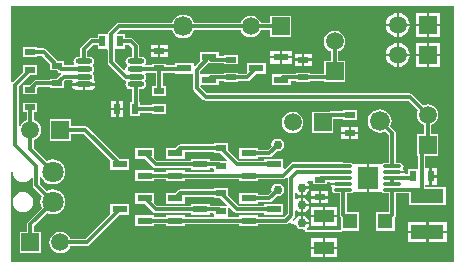
<source format=gtl>
G04 Layer_Physical_Order=1*
G04 Layer_Color=255*
%FSLAX24Y24*%
%MOIN*%
G70*
G01*
G75*
%ADD10R,0.0197X0.0354*%
%ADD11R,0.0669X0.0433*%
%ADD12R,0.0354X0.0197*%
%ADD13R,0.1102X0.0492*%
%ADD14R,0.0512X0.0512*%
%ADD15O,0.0630X0.0118*%
%ADD16R,0.0661X0.0740*%
%ADD17R,0.0512X0.0236*%
%ADD18O,0.0571X0.0177*%
%ADD19C,0.0120*%
%ADD20C,0.0661*%
%ADD21C,0.0591*%
%ADD22R,0.0591X0.0591*%
%ADD23R,0.0591X0.0591*%
%ADD24C,0.0709*%
%ADD25C,0.0300*%
%ADD26C,0.0197*%
G36*
X14888Y112D02*
X112D01*
Y2092D01*
X162Y2095D01*
X173Y2012D01*
X207Y1931D01*
X261Y1861D01*
X331Y1807D01*
X412Y1773D01*
X500Y1762D01*
X588Y1773D01*
X669Y1807D01*
X739Y1861D01*
X793Y1931D01*
X827Y2012D01*
X838Y2100D01*
X827Y2188D01*
X793Y2269D01*
X739Y2339D01*
X669Y2393D01*
X588Y2427D01*
X500Y2438D01*
X412Y2427D01*
X331Y2393D01*
X261Y2339D01*
X207Y2269D01*
X173Y2188D01*
X162Y2105D01*
X112Y2108D01*
Y3092D01*
X162Y3095D01*
X173Y3012D01*
X207Y2931D01*
X261Y2861D01*
X331Y2807D01*
X412Y2773D01*
X500Y2762D01*
X588Y2773D01*
X669Y2807D01*
X739Y2861D01*
X778Y2911D01*
X828Y2894D01*
Y2650D01*
X837Y2603D01*
X863Y2563D01*
X1132Y2295D01*
X1096Y2208D01*
X1082Y2100D01*
X1096Y1992D01*
X1132Y1905D01*
X663Y1437D01*
X637Y1397D01*
X628Y1350D01*
Y1105D01*
X395D01*
Y395D01*
X1105D01*
Y1105D01*
X872D01*
Y1299D01*
X1305Y1732D01*
X1392Y1696D01*
X1500Y1682D01*
X1608Y1696D01*
X1709Y1738D01*
X1796Y1805D01*
X1862Y1891D01*
X1904Y1992D01*
X1918Y2100D01*
X1904Y2208D01*
X1862Y2309D01*
X1796Y2395D01*
X1709Y2462D01*
X1608Y2504D01*
X1500Y2518D01*
X1392Y2504D01*
X1305Y2468D01*
X1072Y2701D01*
Y2919D01*
X1122Y2929D01*
X1138Y2891D01*
X1204Y2804D01*
X1291Y2738D01*
X1392Y2696D01*
X1500Y2682D01*
X1608Y2696D01*
X1709Y2738D01*
X1796Y2804D01*
X1862Y2891D01*
X1904Y2992D01*
X1918Y3100D01*
X1904Y3208D01*
X1862Y3309D01*
X1796Y3395D01*
X1709Y3462D01*
X1608Y3504D01*
X1500Y3518D01*
X1392Y3504D01*
X1305Y3468D01*
X872Y3901D01*
Y4166D01*
X929Y4190D01*
X1003Y4247D01*
X1060Y4321D01*
X1096Y4407D01*
X1108Y4500D01*
X1096Y4593D01*
X1060Y4679D01*
X1003Y4753D01*
X929Y4810D01*
X872Y4834D01*
Y5096D01*
X987D01*
Y5413D01*
X513D01*
Y5096D01*
X628D01*
Y4834D01*
X571Y4810D01*
X497Y4753D01*
X440Y4679D01*
X422Y4637D01*
X372Y4647D01*
Y5954D01*
X765Y6346D01*
X987D01*
Y6663D01*
X513D01*
Y6441D01*
X163Y6091D01*
X162Y6089D01*
X112Y6104D01*
Y8638D01*
X14888D01*
Y112D01*
D02*
G37*
%LPC*%
G36*
X9500Y5108D02*
X9407Y5096D01*
X9321Y5060D01*
X9247Y5003D01*
X9190Y4929D01*
X9154Y4843D01*
X9142Y4750D01*
X9154Y4657D01*
X9190Y4571D01*
X9247Y4497D01*
X9321Y4440D01*
X9407Y4404D01*
X9500Y4392D01*
X9593Y4404D01*
X9679Y4440D01*
X9753Y4497D01*
X9810Y4571D01*
X9846Y4657D01*
X9858Y4750D01*
X9846Y4843D01*
X9810Y4929D01*
X9753Y5003D01*
X9679Y5060D01*
X9593Y5096D01*
X9500Y5108D01*
D02*
G37*
G36*
X11360Y4603D02*
X11123D01*
Y4445D01*
X11360D01*
Y4603D01*
D02*
G37*
G36*
X11677D02*
X11440D01*
Y4445D01*
X11677D01*
Y4603D01*
D02*
G37*
G36*
X11360Y4365D02*
X11123D01*
Y4206D01*
X11360D01*
Y4365D01*
D02*
G37*
G36*
X11677D02*
X11440D01*
Y4206D01*
X11677D01*
Y4365D01*
D02*
G37*
G36*
X9000Y4214D02*
X8918Y4198D01*
X8849Y4151D01*
X8802Y4082D01*
X8786Y4000D01*
X8793Y3966D01*
X8673Y3846D01*
X8353D01*
Y3902D01*
X7721D01*
Y3546D01*
X8353D01*
Y3602D01*
X8724D01*
X8771Y3611D01*
X8811Y3638D01*
X8966Y3793D01*
X9000Y3786D01*
X9082Y3802D01*
X9151Y3849D01*
X9198Y3918D01*
X9214Y4000D01*
X9198Y4082D01*
X9151Y4151D01*
X9082Y4198D01*
X9000Y4214D01*
D02*
G37*
G36*
X11637Y5154D02*
X11163D01*
Y5118D01*
X10745D01*
X10698Y5108D01*
X10694Y5105D01*
X10145D01*
Y4395D01*
X10855D01*
Y4873D01*
X11163D01*
Y4837D01*
X11637D01*
Y5154D01*
D02*
G37*
G36*
X2494Y5976D02*
X2153D01*
X2159Y5943D01*
X2201Y5880D01*
X2263Y5839D01*
X2337Y5824D01*
X2494D01*
Y5976D01*
D02*
G37*
G36*
X2915D02*
X2574D01*
Y5824D01*
X2731D01*
X2804Y5839D01*
X2867Y5880D01*
X2908Y5943D01*
X2915Y5976D01*
D02*
G37*
G36*
X10900Y7808D02*
X10807Y7796D01*
X10721Y7760D01*
X10647Y7703D01*
X10590Y7629D01*
X10554Y7543D01*
X10542Y7450D01*
X10554Y7357D01*
X10590Y7271D01*
X10647Y7197D01*
X10721Y7140D01*
X10778Y7116D01*
Y6805D01*
X10545D01*
Y6377D01*
X10087D01*
Y6413D01*
X9613D01*
Y6377D01*
X9192D01*
X9145Y6368D01*
X9125Y6354D01*
X8797D01*
Y5998D01*
X9429D01*
Y6132D01*
X9613D01*
Y6096D01*
X10087D01*
Y6132D01*
X10545D01*
Y6095D01*
X11255D01*
Y6805D01*
X11022D01*
Y7116D01*
X11079Y7140D01*
X11153Y7197D01*
X11210Y7271D01*
X11246Y7357D01*
X11258Y7450D01*
X11246Y7543D01*
X11210Y7629D01*
X11153Y7703D01*
X11079Y7760D01*
X10993Y7796D01*
X10900Y7808D01*
D02*
G37*
G36*
X3853Y5477D02*
X3695D01*
Y5240D01*
X3853D01*
Y5477D01*
D02*
G37*
G36*
X3615Y5160D02*
X3456D01*
Y4923D01*
X3615D01*
Y5160D01*
D02*
G37*
G36*
X3853D02*
X3695D01*
Y4923D01*
X3853D01*
Y5160D01*
D02*
G37*
G36*
X3615Y5477D02*
X3456D01*
Y5240D01*
X3615D01*
Y5477D01*
D02*
G37*
G36*
X13950Y1060D02*
X13339D01*
Y754D01*
X13950D01*
Y1060D01*
D02*
G37*
G36*
X14641D02*
X14030D01*
Y754D01*
X14641D01*
Y1060D01*
D02*
G37*
G36*
X4053Y2028D02*
X3421D01*
Y1707D01*
X2586Y872D01*
X2084D01*
X2060Y929D01*
X2003Y1003D01*
X1929Y1060D01*
X1843Y1096D01*
X1750Y1108D01*
X1657Y1096D01*
X1571Y1060D01*
X1497Y1003D01*
X1440Y929D01*
X1404Y843D01*
X1392Y750D01*
X1404Y657D01*
X1440Y571D01*
X1497Y497D01*
X1571Y440D01*
X1657Y404D01*
X1750Y392D01*
X1843Y404D01*
X1929Y440D01*
X2003Y497D01*
X2060Y571D01*
X2084Y628D01*
X2637D01*
X2683Y637D01*
X2723Y663D01*
X3732Y1672D01*
X4053D01*
Y2028D01*
D02*
G37*
G36*
X10985Y885D02*
X10590D01*
Y608D01*
X10985D01*
Y885D01*
D02*
G37*
G36*
X10510Y529D02*
X10115D01*
Y252D01*
X10510D01*
Y529D01*
D02*
G37*
G36*
X10985D02*
X10590D01*
Y252D01*
X10985D01*
Y529D01*
D02*
G37*
G36*
X10510Y885D02*
X10115D01*
Y608D01*
X10510D01*
Y885D01*
D02*
G37*
G36*
X14294Y3227D02*
X14135D01*
Y2990D01*
X14294D01*
Y3227D01*
D02*
G37*
G36*
X2105Y4855D02*
X1395D01*
Y4145D01*
X2105D01*
Y4378D01*
X2536D01*
X3421Y3493D01*
Y3172D01*
X4053D01*
Y3528D01*
X3732D01*
X2673Y4587D01*
X2633Y4613D01*
X2587Y4622D01*
X2105D01*
Y4855D01*
D02*
G37*
G36*
X7337Y4054D02*
X6863D01*
Y4018D01*
X5758D01*
X5711Y4008D01*
X5671Y3982D01*
X5592Y3902D01*
X5271D01*
Y3546D01*
X5903D01*
Y3773D01*
X6863D01*
Y3737D01*
X7085D01*
X7309Y3513D01*
X7288Y3463D01*
X7101D01*
X7055Y3472D01*
X6729D01*
Y3528D01*
X6097D01*
Y3472D01*
X4988D01*
X4879Y3581D01*
Y3902D01*
X4247D01*
Y3546D01*
X4568D01*
X4851Y3263D01*
X4891Y3237D01*
X4937Y3228D01*
X6097D01*
Y3172D01*
X6729D01*
Y3228D01*
X6827D01*
X6863Y3192D01*
Y3148D01*
X6863Y3146D01*
X6858Y3098D01*
X5903D01*
Y3154D01*
X5271D01*
Y3098D01*
X4879D01*
Y3154D01*
X4247D01*
Y2798D01*
X4879D01*
Y2854D01*
X5271D01*
Y2798D01*
X5903D01*
Y2854D01*
X7721D01*
Y2798D01*
X8353D01*
Y2854D01*
X9176D01*
X9223Y2863D01*
X9262Y2889D01*
X9279Y2906D01*
X9286Y2905D01*
X9328Y2884D01*
Y1701D01*
X9225Y1598D01*
X8353D01*
Y1654D01*
X7721D01*
Y1598D01*
X7342D01*
X7337Y1646D01*
X7337Y1648D01*
Y1914D01*
X7387Y1935D01*
X7559Y1763D01*
X7598Y1737D01*
X7645Y1728D01*
X8547D01*
Y1672D01*
X9179D01*
Y2028D01*
X8547D01*
Y1972D01*
X7696D01*
X7337Y2331D01*
Y2554D01*
X6863D01*
Y2518D01*
X5758D01*
X5711Y2508D01*
X5671Y2482D01*
X5592Y2402D01*
X5271D01*
Y2046D01*
X5903D01*
Y2273D01*
X6863D01*
Y2237D01*
X7085D01*
X7309Y2013D01*
X7288Y1963D01*
X7101D01*
X7055Y1972D01*
X6729D01*
Y2028D01*
X6097D01*
Y1972D01*
X4988D01*
X4879Y2081D01*
Y2402D01*
X4247D01*
Y2046D01*
X4568D01*
X4851Y1763D01*
X4891Y1737D01*
X4937Y1728D01*
X6097D01*
Y1672D01*
X6729D01*
Y1728D01*
X6827D01*
X6863Y1692D01*
Y1648D01*
X6863Y1646D01*
X6858Y1598D01*
X5903D01*
Y1654D01*
X5271D01*
Y1598D01*
X4879D01*
Y1654D01*
X4247D01*
Y1298D01*
X4879D01*
Y1354D01*
X5271D01*
Y1298D01*
X5903D01*
Y1354D01*
X7721D01*
Y1298D01*
X8353D01*
Y1354D01*
X9276D01*
X9323Y1363D01*
X9362Y1389D01*
X9389Y1416D01*
X9427Y1411D01*
X9446Y1402D01*
X9450Y1388D01*
X9453Y1387D01*
X9454Y1384D01*
X9474Y1375D01*
X9494Y1365D01*
X9544Y1360D01*
X9588Y1340D01*
X9601Y1325D01*
X9602Y1318D01*
X9649Y1249D01*
X9718Y1202D01*
X9800Y1186D01*
X9840Y1194D01*
X9888Y1181D01*
X9896Y1158D01*
X9904Y1131D01*
X9914Y1119D01*
X9920Y1104D01*
X9929Y1100D01*
X9935Y1093D01*
X9951Y1091D01*
X9966Y1085D01*
X11058Y1085D01*
X11104Y1104D01*
X11134Y1134D01*
X11725D01*
Y1766D01*
X11305D01*
Y2385D01*
X11439D01*
X11485Y2394D01*
X11524Y2420D01*
X11560Y2428D01*
X11570Y2430D01*
X11591Y2430D01*
X11960D01*
Y2900D01*
Y3370D01*
X11591D01*
X11570Y3370D01*
X11560Y3372D01*
X11524Y3380D01*
X11485Y3406D01*
X11439Y3415D01*
X11188D01*
X11183Y3416D01*
X9494D01*
X9447Y3407D01*
X9407Y3380D01*
X9229Y3202D01*
X9179Y3223D01*
Y3528D01*
X8547D01*
Y3472D01*
X7696D01*
X7337Y3831D01*
Y4054D01*
D02*
G37*
G36*
X14294Y2910D02*
X14135D01*
Y2673D01*
X14294D01*
Y2910D01*
D02*
G37*
G36*
X13950Y1446D02*
X13339D01*
Y1140D01*
X13950D01*
Y1446D01*
D02*
G37*
G36*
X14641D02*
X14030D01*
Y1140D01*
X14641D01*
Y1446D01*
D02*
G37*
G36*
X9000Y2714D02*
X8918Y2698D01*
X8849Y2651D01*
X8802Y2582D01*
X8786Y2500D01*
X8793Y2466D01*
X8673Y2346D01*
X8353D01*
Y2402D01*
X7721D01*
Y2046D01*
X8353D01*
Y2102D01*
X8724D01*
X8771Y2111D01*
X8811Y2138D01*
X8966Y2293D01*
X9000Y2286D01*
X9082Y2302D01*
X9151Y2349D01*
X9198Y2418D01*
X9214Y2500D01*
X9198Y2582D01*
X9151Y2651D01*
X9082Y2698D01*
X9000Y2714D01*
D02*
G37*
G36*
X5010Y7344D02*
X4773D01*
Y7185D01*
X5010D01*
Y7344D01*
D02*
G37*
G36*
X5327D02*
X5090D01*
Y7185D01*
X5327D01*
Y7344D01*
D02*
G37*
G36*
X14395Y8395D02*
X14040D01*
Y8040D01*
X14395D01*
Y8395D01*
D02*
G37*
G36*
Y7395D02*
X14040D01*
Y7040D01*
X14395D01*
Y7395D01*
D02*
G37*
G36*
X12960Y7393D02*
X12897Y7385D01*
X12801Y7345D01*
X12718Y7282D01*
X12655Y7199D01*
X12615Y7103D01*
X12607Y7040D01*
X12960D01*
Y7393D01*
D02*
G37*
G36*
X13040D02*
Y7040D01*
X13393D01*
X13385Y7103D01*
X13345Y7199D01*
X13282Y7282D01*
X13199Y7345D01*
X13103Y7385D01*
X13040Y7393D01*
D02*
G37*
G36*
X13960Y7395D02*
X13605D01*
Y7040D01*
X13960D01*
Y7395D01*
D02*
G37*
G36*
Y8395D02*
X13605D01*
Y8040D01*
X13960D01*
Y8395D01*
D02*
G37*
G36*
X14395Y7960D02*
X14040D01*
Y7605D01*
X14395D01*
Y7960D01*
D02*
G37*
G36*
X13960D02*
X13605D01*
Y7605D01*
X13960D01*
Y7960D01*
D02*
G37*
G36*
X5850Y8344D02*
X5748Y8331D01*
X5653Y8291D01*
X5571Y8229D01*
X5509Y8147D01*
X5478Y8072D01*
X3700D01*
X3653Y8063D01*
X3613Y8037D01*
X3363Y7787D01*
X3337Y7747D01*
X3333Y7729D01*
X3318Y7697D01*
X3283Y7687D01*
X2996D01*
Y7572D01*
X2800D01*
X2753Y7563D01*
X2713Y7537D01*
X2447Y7270D01*
X2421Y7231D01*
X2412Y7184D01*
Y6935D01*
X2337D01*
X2279Y6924D01*
X2230Y6891D01*
X2197Y6842D01*
X2186Y6784D01*
X2197Y6726D01*
X2214Y6700D01*
X2187Y6650D01*
X1887D01*
Y6804D01*
X1665D01*
X1287Y7182D01*
X1247Y7208D01*
X1200Y7218D01*
X987D01*
Y7254D01*
X513D01*
Y6937D01*
X987D01*
Y6973D01*
X1149D01*
X1413Y6709D01*
Y6487D01*
X1635D01*
X1681Y6441D01*
X1720Y6415D01*
X1763Y6407D01*
X1772Y6389D01*
X1776Y6374D01*
X1778Y6356D01*
X1635Y6213D01*
X1413D01*
Y6177D01*
X959D01*
X913Y6168D01*
X873Y6141D01*
X735Y6004D01*
X513D01*
Y5687D01*
X987D01*
Y5909D01*
X1010Y5932D01*
X1413D01*
Y5896D01*
X1887D01*
Y6119D01*
X1918Y6150D01*
X2146D01*
X2170Y6106D01*
X2159Y6090D01*
X2153Y6056D01*
X2915D01*
X2908Y6090D01*
X2867Y6152D01*
X2841Y6169D01*
X2871Y6214D01*
X2882Y6272D01*
X2871Y6330D01*
X2846Y6366D01*
X2841Y6400D01*
X2846Y6434D01*
X2871Y6470D01*
X2882Y6528D01*
X2871Y6586D01*
X2838Y6635D01*
Y6677D01*
X2871Y6726D01*
X2882Y6784D01*
X2871Y6842D01*
X2838Y6891D01*
X2789Y6924D01*
X2731Y6935D01*
X2656D01*
Y7133D01*
X2851Y7328D01*
X2996D01*
Y7213D01*
X3313Y7213D01*
X3328Y7169D01*
Y6750D01*
X3337Y6703D01*
X3363Y6663D01*
X3841Y6186D01*
X3881Y6159D01*
X3921Y6151D01*
X3935Y6131D01*
X3946Y6100D01*
X3929Y6074D01*
X3918Y6016D01*
X3929Y5958D01*
X3962Y5909D01*
X4011Y5876D01*
X4069Y5865D01*
X4144D01*
Y5437D01*
X4087D01*
Y4963D01*
X4404D01*
Y5078D01*
X4813D01*
Y5046D01*
X5287D01*
Y5363D01*
X4813D01*
Y5322D01*
X4404D01*
Y5437D01*
X4388D01*
Y5865D01*
X4463D01*
X4521Y5876D01*
X4570Y5909D01*
X4603Y5958D01*
X4614Y6016D01*
X4603Y6074D01*
X4570Y6123D01*
Y6165D01*
X4603Y6214D01*
X4614Y6272D01*
X4603Y6330D01*
X4586Y6356D01*
X4613Y6406D01*
X4813D01*
Y6396D01*
X4928D01*
Y5954D01*
X4813D01*
Y5637D01*
X5287D01*
Y5954D01*
X5172D01*
Y6396D01*
X5287D01*
Y6406D01*
X5571D01*
Y6372D01*
X6178D01*
Y5900D01*
X6187Y5853D01*
X6213Y5813D01*
X6513Y5513D01*
X6553Y5487D01*
X6600Y5478D01*
X13349D01*
X13677Y5150D01*
X13654Y5093D01*
X13642Y5000D01*
X13654Y4907D01*
X13690Y4821D01*
X13747Y4747D01*
X13821Y4690D01*
X13878Y4666D01*
Y4355D01*
X13645D01*
Y3645D01*
X13678D01*
Y3231D01*
X13663Y3187D01*
X13346D01*
Y3022D01*
X13270D01*
X13242Y3057D01*
X12817D01*
Y3137D01*
X13227D01*
X13223Y3159D01*
X13188Y3212D01*
X13169Y3224D01*
X13185Y3247D01*
X13194Y3294D01*
X13185Y3340D01*
X13159Y3380D01*
X13119Y3406D01*
X13073Y3415D01*
X12939D01*
Y4383D01*
X12930Y4430D01*
X12903Y4470D01*
X12750Y4623D01*
X12781Y4698D01*
X12794Y4800D01*
X12781Y4902D01*
X12741Y4997D01*
X12679Y5079D01*
X12597Y5141D01*
X12502Y5181D01*
X12400Y5194D01*
X12298Y5181D01*
X12203Y5141D01*
X12121Y5079D01*
X12059Y4997D01*
X12019Y4902D01*
X12006Y4800D01*
X12019Y4698D01*
X12059Y4603D01*
X12121Y4521D01*
X12203Y4459D01*
X12298Y4419D01*
X12400Y4406D01*
X12502Y4419D01*
X12577Y4450D01*
X12695Y4332D01*
Y3415D01*
X12561D01*
X12515Y3406D01*
X12476Y3380D01*
X12431Y3370D01*
X12431Y3370D01*
X12040D01*
Y2900D01*
Y2430D01*
X12431D01*
Y2430D01*
X12476Y2420D01*
X12515Y2394D01*
X12561Y2385D01*
X12695D01*
Y1766D01*
X12275D01*
Y1134D01*
X12906D01*
Y1594D01*
X12930Y1630D01*
X12939Y1676D01*
Y2384D01*
X13379D01*
Y1994D01*
X14601D01*
Y2606D01*
X13922D01*
Y2673D01*
X14055D01*
Y2950D01*
Y3227D01*
X13922D01*
Y3645D01*
X14355D01*
Y4355D01*
X14122D01*
Y4666D01*
X14179Y4690D01*
X14253Y4747D01*
X14310Y4821D01*
X14346Y4907D01*
X14358Y5000D01*
X14346Y5093D01*
X14310Y5179D01*
X14253Y5253D01*
X14179Y5310D01*
X14093Y5346D01*
X14000Y5358D01*
X13907Y5346D01*
X13850Y5323D01*
X13487Y5687D01*
X13447Y5713D01*
X13400Y5722D01*
X6651D01*
X6425Y5948D01*
X6429Y5998D01*
X7029D01*
Y6132D01*
X7213D01*
Y6096D01*
X7687D01*
Y6132D01*
X7991D01*
X8038Y6142D01*
X8078Y6168D01*
X8282Y6372D01*
X8603D01*
Y6728D01*
X7971D01*
Y6407D01*
X7941Y6377D01*
X7687D01*
Y6413D01*
X7213D01*
Y6377D01*
X6792D01*
X6745Y6368D01*
X6725Y6354D01*
X6422D01*
Y6460D01*
X6708Y6746D01*
X6725D01*
X6745Y6732D01*
X6792Y6723D01*
X7213D01*
Y6687D01*
X7687D01*
Y7004D01*
X7213D01*
Y6968D01*
X7029D01*
Y7102D01*
X6397D01*
Y6781D01*
X6253Y6636D01*
X6203Y6657D01*
Y6728D01*
X5571D01*
Y6650D01*
X5287D01*
Y6713D01*
X4813D01*
Y6650D01*
X4613D01*
X4586Y6700D01*
X4603Y6726D01*
X4614Y6784D01*
X4603Y6842D01*
X4570Y6891D01*
X4521Y6924D01*
X4463Y6935D01*
X4388D01*
Y7284D01*
X4379Y7331D01*
X4353Y7370D01*
X4187Y7537D01*
X4147Y7563D01*
X4100Y7572D01*
X3904D01*
Y7687D01*
X3676D01*
X3656Y7733D01*
X3751Y7828D01*
X5478D01*
X5509Y7753D01*
X5571Y7671D01*
X5653Y7609D01*
X5748Y7569D01*
X5850Y7556D01*
X5952Y7569D01*
X6047Y7609D01*
X6129Y7671D01*
X6191Y7753D01*
X6222Y7828D01*
X7766D01*
X7790Y7771D01*
X7847Y7697D01*
X7921Y7640D01*
X8007Y7604D01*
X8100Y7592D01*
X8193Y7604D01*
X8279Y7640D01*
X8353Y7697D01*
X8410Y7771D01*
X8434Y7828D01*
X8745D01*
Y7595D01*
X9455D01*
Y8305D01*
X8745D01*
Y8072D01*
X8434D01*
X8410Y8129D01*
X8353Y8203D01*
X8279Y8260D01*
X8193Y8296D01*
X8100Y8308D01*
X8007Y8296D01*
X7921Y8260D01*
X7847Y8203D01*
X7790Y8129D01*
X7766Y8072D01*
X6222D01*
X6191Y8147D01*
X6129Y8229D01*
X6047Y8291D01*
X5952Y8331D01*
X5850Y8344D01*
D02*
G37*
G36*
X12960Y7960D02*
X12607D01*
X12615Y7897D01*
X12655Y7801D01*
X12718Y7718D01*
X12801Y7655D01*
X12897Y7615D01*
X12960Y7607D01*
Y7960D01*
D02*
G37*
G36*
X13040Y8393D02*
Y8040D01*
X13393D01*
X13385Y8103D01*
X13345Y8199D01*
X13282Y8282D01*
X13199Y8345D01*
X13103Y8385D01*
X13040Y8393D01*
D02*
G37*
G36*
X12960D02*
X12897Y8385D01*
X12801Y8345D01*
X12718Y8282D01*
X12655Y8199D01*
X12615Y8103D01*
X12607Y8040D01*
X12960D01*
Y8393D01*
D02*
G37*
G36*
X13393Y7960D02*
X13040D01*
Y7607D01*
X13103Y7615D01*
X13199Y7655D01*
X13282Y7718D01*
X13345Y7801D01*
X13385Y7897D01*
X13393Y7960D01*
D02*
G37*
G36*
X9810Y6805D02*
X9573D01*
Y6647D01*
X9810D01*
Y6805D01*
D02*
G37*
G36*
X10127D02*
X9890D01*
Y6647D01*
X10127D01*
Y6805D01*
D02*
G37*
G36*
X9073Y6884D02*
X8757D01*
Y6706D01*
X9073D01*
Y6884D01*
D02*
G37*
G36*
X13393Y6960D02*
X13040D01*
Y6607D01*
X13103Y6615D01*
X13199Y6655D01*
X13282Y6718D01*
X13345Y6801D01*
X13385Y6897D01*
X13393Y6960D01*
D02*
G37*
G36*
X13960D02*
X13605D01*
Y6605D01*
X13960D01*
Y6960D01*
D02*
G37*
G36*
X14395D02*
X14040D01*
Y6605D01*
X14395D01*
Y6960D01*
D02*
G37*
G36*
X12960D02*
X12607D01*
X12615Y6897D01*
X12655Y6801D01*
X12718Y6718D01*
X12801Y6655D01*
X12897Y6615D01*
X12960Y6607D01*
Y6960D01*
D02*
G37*
G36*
X5327Y7105D02*
X5090D01*
Y6947D01*
X5327D01*
Y7105D01*
D02*
G37*
G36*
X5010D02*
X4773D01*
Y6947D01*
X5010D01*
Y7105D01*
D02*
G37*
G36*
X9469Y7142D02*
X9153D01*
Y6964D01*
X9469D01*
Y7142D01*
D02*
G37*
G36*
X9073D02*
X8757D01*
Y6964D01*
X9073D01*
Y7142D01*
D02*
G37*
G36*
X9469Y6884D02*
X9153D01*
Y6706D01*
X9469D01*
Y6884D01*
D02*
G37*
G36*
X9810Y7044D02*
X9573D01*
Y6885D01*
X9810D01*
Y7044D01*
D02*
G37*
G36*
X10127D02*
X9890D01*
Y6885D01*
X10127D01*
Y7044D01*
D02*
G37*
%LPD*%
G36*
X4144Y7233D02*
Y6935D01*
X4069D01*
X4011Y6924D01*
X3962Y6891D01*
X3929Y6842D01*
X3918Y6784D01*
X3929Y6726D01*
X3962Y6677D01*
Y6635D01*
X3929Y6586D01*
X3918Y6528D01*
X3918Y6525D01*
X3872Y6501D01*
X3572Y6801D01*
Y7169D01*
X3587Y7213D01*
X3904D01*
Y7328D01*
X4049D01*
X4144Y7233D01*
D02*
G37*
G36*
X10163Y2800D02*
Y2687D01*
X10637D01*
Y2778D01*
X10730D01*
X10758Y2743D01*
X11183D01*
Y2663D01*
X10773D01*
X10777Y2641D01*
X10812Y2588D01*
X10831Y2576D01*
X10815Y2553D01*
X10806Y2506D01*
X10815Y2460D01*
X10841Y2420D01*
X10881Y2394D01*
X10927Y2385D01*
X11061D01*
Y1676D01*
X11070Y1630D01*
X11094Y1594D01*
Y1182D01*
X11088Y1180D01*
X11067Y1159D01*
X11045Y1150D01*
X10497Y1150D01*
X10006D01*
X9983Y1172D01*
X9980Y1220D01*
X10035Y1302D01*
X10047Y1360D01*
X9800D01*
Y1400D01*
X9760D01*
Y1647D01*
X9702Y1635D01*
X9620Y1580D01*
X9565Y1499D01*
X9564Y1497D01*
X9509Y1477D01*
X9506Y1479D01*
X9503Y1530D01*
X9537Y1563D01*
X9563Y1603D01*
X9572Y1650D01*
Y1805D01*
X9596Y1812D01*
X9622Y1818D01*
X9702Y1765D01*
X9760Y1753D01*
Y2000D01*
Y2247D01*
X9702Y2235D01*
X9622Y2182D01*
X9596Y2188D01*
X9572Y2195D01*
Y2385D01*
X9596Y2392D01*
X9622Y2398D01*
X9702Y2345D01*
X9760Y2333D01*
Y2580D01*
X9800D01*
Y2620D01*
X10047D01*
X10035Y2678D01*
X9987Y2750D01*
X10004Y2800D01*
X10163D01*
D02*
G37*
%LPC*%
G36*
X10510Y1592D02*
X10115D01*
Y1315D01*
X10510D01*
Y1592D01*
D02*
G37*
G36*
X10985D02*
X10590D01*
Y1315D01*
X10985D01*
Y1592D01*
D02*
G37*
G36*
X10677Y2215D02*
X10440D01*
Y2056D01*
X10677D01*
Y2215D01*
D02*
G37*
G36*
X10360D02*
X10123D01*
Y2056D01*
X10360D01*
Y2215D01*
D02*
G37*
G36*
Y2453D02*
X10123D01*
Y2295D01*
X10360D01*
Y2453D01*
D02*
G37*
G36*
X10047Y2540D02*
X9840D01*
Y2333D01*
X9898Y2345D01*
X9980Y2400D01*
X10035Y2482D01*
X10047Y2540D01*
D02*
G37*
G36*
X10677Y2453D02*
X10440D01*
Y2295D01*
X10677D01*
Y2453D01*
D02*
G37*
G36*
X10510Y1948D02*
X10115D01*
Y1672D01*
X10510D01*
Y1948D01*
D02*
G37*
G36*
X9840Y1647D02*
Y1440D01*
X10047D01*
X10035Y1498D01*
X9980Y1580D01*
X9898Y1635D01*
X9840Y1647D01*
D02*
G37*
G36*
X10985Y1948D02*
X10590D01*
Y1672D01*
X10985D01*
Y1948D01*
D02*
G37*
G36*
X9840Y2247D02*
Y2040D01*
X10047D01*
X10035Y2098D01*
X9980Y2180D01*
X9898Y2235D01*
X9840Y2247D01*
D02*
G37*
G36*
X10047Y1960D02*
X9840D01*
Y1753D01*
X9898Y1765D01*
X9980Y1820D01*
X10035Y1902D01*
X10047Y1960D01*
D02*
G37*
%LPD*%
D10*
X13505Y2950D02*
D03*
X14095D02*
D03*
X4245Y5200D02*
D03*
X3655D02*
D03*
X3745Y7450D02*
D03*
X3155D02*
D03*
D11*
X10550Y569D02*
D03*
Y1631D02*
D03*
D12*
X10400Y2255D02*
D03*
Y2845D02*
D03*
X7100Y3305D02*
D03*
Y3895D02*
D03*
Y1805D02*
D03*
Y2395D02*
D03*
X5050Y5205D02*
D03*
Y5795D02*
D03*
X750Y5255D02*
D03*
Y5845D02*
D03*
X1650Y6055D02*
D03*
Y6645D02*
D03*
X750Y7095D02*
D03*
Y6505D02*
D03*
X5050Y6555D02*
D03*
Y7145D02*
D03*
X7450Y6255D02*
D03*
Y6845D02*
D03*
X11400Y4405D02*
D03*
Y4995D02*
D03*
X9850Y6845D02*
D03*
Y6255D02*
D03*
D13*
X13990Y1100D02*
D03*
Y2300D02*
D03*
D14*
X12591Y1450D02*
D03*
X11409D02*
D03*
D15*
X11183Y3294D02*
D03*
Y3097D02*
D03*
Y2900D02*
D03*
Y2703D02*
D03*
Y2506D02*
D03*
X12817Y3294D02*
D03*
Y3097D02*
D03*
Y2900D02*
D03*
Y2703D02*
D03*
Y2506D02*
D03*
D16*
X12000Y2900D02*
D03*
D17*
X8863Y3350D02*
D03*
X8037Y2976D02*
D03*
Y3724D02*
D03*
X8863Y1850D02*
D03*
X8037Y1476D02*
D03*
Y2224D02*
D03*
X6413Y3350D02*
D03*
X5587Y2976D02*
D03*
Y3724D02*
D03*
X6413Y1850D02*
D03*
X5587Y1476D02*
D03*
Y2224D02*
D03*
X3737Y3350D02*
D03*
X4563Y3724D02*
D03*
Y2976D02*
D03*
X3737Y1850D02*
D03*
X4563Y2224D02*
D03*
Y1476D02*
D03*
X8287Y6550D02*
D03*
X9113Y6924D02*
D03*
Y6176D02*
D03*
X5887Y6550D02*
D03*
X6713Y6924D02*
D03*
Y6176D02*
D03*
D18*
X4266Y6016D02*
D03*
Y6272D02*
D03*
Y6528D02*
D03*
Y6784D02*
D03*
X2534Y6016D02*
D03*
Y6272D02*
D03*
Y6528D02*
D03*
Y6784D02*
D03*
D19*
X8037Y2976D02*
X9176D01*
X9494Y3294D01*
X11183D01*
X8037Y1476D02*
X9276D01*
X9450Y1650D01*
Y2900D01*
X9647Y3097D01*
X11183D01*
Y1676D02*
Y2506D01*
Y1676D02*
X11409Y1450D01*
X12817Y1676D02*
Y2506D01*
X12591Y1450D02*
X12817Y1676D01*
X1750Y750D02*
X2637D01*
X3737Y1850D01*
X1750Y4500D02*
X2587D01*
X3737Y3350D01*
X4563Y3724D02*
X4937Y3350D01*
X6413D01*
X7055D01*
X7100Y3305D01*
X4563Y2224D02*
X4937Y1850D01*
X6413D01*
X7055D01*
X7100Y1805D01*
X4563Y1476D02*
X5587D01*
X5587Y1476D01*
X8037D01*
X4563Y2976D02*
X8037D01*
X5587Y2224D02*
X5758Y2395D01*
X7100D01*
X7645Y1850D02*
X8863D01*
X7100Y2395D02*
X7645Y1850D01*
X5758Y3895D02*
X7100D01*
X5587Y3724D02*
X5758Y3895D01*
X7645Y3350D02*
X8863D01*
X7100Y3895D02*
X7645Y3350D01*
X8037Y2224D02*
X8724D01*
X9000Y2500D01*
X8037Y3724D02*
X8724D01*
X9000Y4000D01*
X12817Y2506D02*
X13784D01*
X12817Y2703D02*
Y2900D01*
X13455D01*
X13505Y2950D01*
X10400Y2845D02*
X10455Y2900D01*
X11183D01*
X750Y1350D02*
X1500Y2100D01*
X750Y750D02*
Y1350D01*
Y3850D02*
X1500Y3100D01*
X750Y3850D02*
Y4500D01*
Y5255D01*
X250Y6005D02*
X750Y6505D01*
X250Y4000D02*
Y6005D01*
Y4000D02*
X950Y3300D01*
Y2650D02*
Y3300D01*
Y2650D02*
X1500Y2100D01*
X750Y5845D02*
X959Y6055D01*
X1650D01*
X1867Y6272D01*
X2534D01*
X1767Y6528D02*
X2534D01*
X1650Y6645D02*
X1767Y6528D01*
X750Y7095D02*
X1200D01*
X1650Y6645D01*
X4266Y5221D02*
Y6016D01*
X4245Y5200D02*
X4266Y5221D01*
X4245Y5200D02*
X5045D01*
X5050Y5205D01*
X4266Y6528D02*
X5050D01*
X5865D02*
X5887Y6550D01*
X5050Y5795D02*
Y6528D01*
Y6555D01*
Y6528D02*
X5865D01*
X3745Y7450D02*
X4100D01*
X4266Y7284D01*
Y6784D02*
Y7284D01*
X2534Y6784D02*
Y7184D01*
X2800Y7450D01*
X3155D01*
X3450Y6750D02*
Y7700D01*
X3700Y7950D01*
X6050D01*
X3928Y6272D02*
X4266D01*
X3450Y6750D02*
X3928Y6272D01*
X6792Y6255D02*
X7450D01*
X6713Y6176D02*
X6792Y6255D01*
X6792Y6845D02*
X7450D01*
X6713Y6924D02*
X6792Y6845D01*
X7450Y6255D02*
X7991D01*
X8287Y6550D01*
X9192Y6255D02*
X9850D01*
X9113Y6176D02*
X9192Y6255D01*
X9850D02*
X10705D01*
X10900Y6450D01*
Y7450D01*
X6050Y7950D02*
X8100D01*
X9100D01*
X13800Y3800D02*
X14000Y4000D01*
X13800Y2490D02*
Y3800D01*
Y2490D02*
X13990Y2300D01*
X13784Y2506D02*
X13800Y2490D01*
X10500Y4750D02*
X10745Y4995D01*
X11400D01*
X12817Y3294D02*
Y4383D01*
X12400Y4800D02*
X12817Y4383D01*
X13400Y5600D02*
X14000Y5000D01*
X6600Y5600D02*
X13400D01*
X6300Y5900D02*
X6600Y5600D01*
X6300Y5900D02*
Y6511D01*
X6713Y6924D01*
X14000Y4000D02*
Y5000D01*
D20*
X12400Y4800D02*
D03*
X5850Y7950D02*
D03*
D21*
X13000Y8000D02*
D03*
Y7000D02*
D03*
X8100Y7950D02*
D03*
X10900Y7450D02*
D03*
X9500Y4750D02*
D03*
X1750Y750D02*
D03*
X14000Y5000D02*
D03*
X750Y4500D02*
D03*
D22*
X14000Y8000D02*
D03*
Y7000D02*
D03*
X9100Y7950D02*
D03*
X10500Y4750D02*
D03*
X750Y750D02*
D03*
X1750Y4500D02*
D03*
D23*
X10900Y6450D02*
D03*
X14000Y4000D02*
D03*
D24*
X1500Y2100D02*
D03*
Y3100D02*
D03*
D25*
X9000Y2500D02*
D03*
Y4000D02*
D03*
X9800Y2580D02*
D03*
Y2000D02*
D03*
Y1400D02*
D03*
D26*
X12000Y3117D02*
D03*
Y2683D02*
D03*
M02*

</source>
